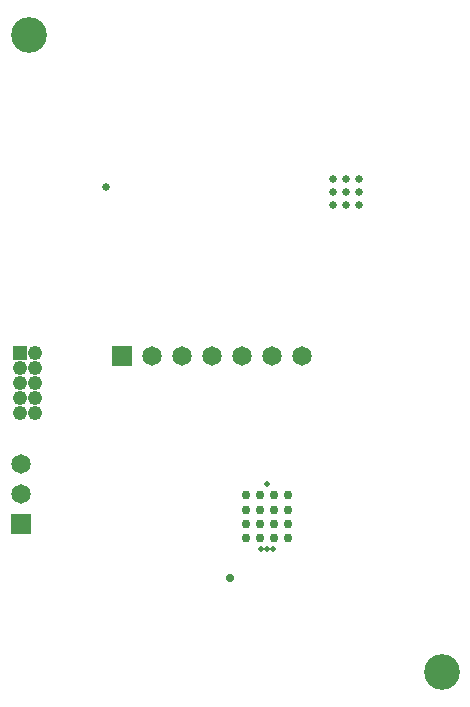
<source format=gbs>
G04 Layer_Color=16711935*
%FSLAX25Y25*%
%MOIN*%
G70*
G01*
G75*
%ADD80C,0.03000*%
%ADD137C,0.06506*%
%ADD138R,0.06506X0.06506*%
%ADD139R,0.06506X0.06506*%
%ADD140C,0.04800*%
%ADD141R,0.04800X0.04800*%
%ADD142C,0.02800*%
%ADD143C,0.02568*%
%ADD144C,0.11900*%
%ADD145C,0.02000*%
D80*
X98515Y71162D02*
D03*
X107963D02*
D03*
X93790D02*
D03*
X98515Y80611D02*
D03*
X107963D02*
D03*
X98515Y75886D02*
D03*
X107963D02*
D03*
X98515Y66437D02*
D03*
X107963D02*
D03*
X93790Y80611D02*
D03*
Y75886D02*
D03*
Y66437D02*
D03*
X103239Y75886D02*
D03*
Y66437D02*
D03*
Y80611D02*
D03*
Y71162D02*
D03*
D137*
X19000Y91000D02*
D03*
Y81000D02*
D03*
X112500Y127000D02*
D03*
X102500D02*
D03*
X92500D02*
D03*
X82500D02*
D03*
X62500D02*
D03*
X72500D02*
D03*
D138*
X19000Y71000D02*
D03*
D139*
X52500Y127000D02*
D03*
D140*
X23500Y123000D02*
D03*
Y118000D02*
D03*
X23500Y113000D02*
D03*
X23500Y108000D02*
D03*
X18500Y123000D02*
D03*
X18500Y118000D02*
D03*
Y113000D02*
D03*
X18500Y108000D02*
D03*
X23500Y128000D02*
D03*
D141*
X18500Y128000D02*
D03*
D142*
X88377Y53000D02*
D03*
D143*
X47050Y183548D02*
D03*
X122719Y177319D02*
D03*
Y181650D02*
D03*
Y185981D02*
D03*
X127050Y177319D02*
D03*
Y181650D02*
D03*
Y185981D02*
D03*
X131381Y177319D02*
D03*
Y181650D02*
D03*
Y185981D02*
D03*
D144*
X159050Y21650D02*
D03*
X21550Y234150D02*
D03*
D145*
X100877Y62697D02*
D03*
X98908D02*
D03*
X100877Y84351D02*
D03*
X102845Y62697D02*
D03*
M02*

</source>
